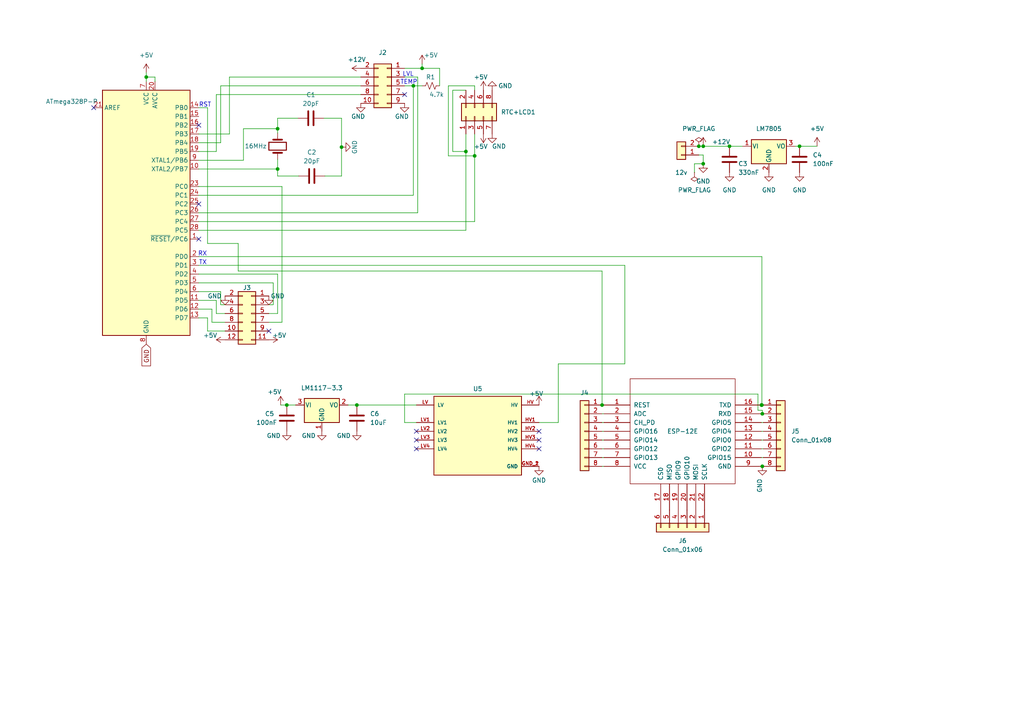
<source format=kicad_sch>
(kicad_sch (version 20211123) (generator eeschema)
  (paper "A4")
  (lib_symbols
    (symbol "BOB-12009:BOB-12009" (pin_names (offset 1.016))
      (property "Reference" "U" (at -12.7 11.43 0))
      (property "Value" "BOB-12009" (at -12.7 -15.24 0))
      (symbol "BOB-12009_0_0"
        (rectangle (start -12.7 -12.7) (end 12.7 10.16) (stroke (width 0.254)) (fill (type background)))
        (pin power_in line (at 17.78 -10.16 180) (length 5.08) (name "GND") (number "GND_1"))
        (pin power_in line (at 17.78 -10.16 180) (length 5.08) (name "GND") (number "GND_2"))
        (pin bidirectional line (at 17.78 7.62 180) (length 5.08) (name "HV") (number "HV"))
        (pin bidirectional line (at 17.78 2.54 180) (length 5.08) (name "HV1") (number "HV1"))
        (pin bidirectional line (at 17.78 0 180) (length 5.08) (name "HV2") (number "HV2"))
        (pin bidirectional line (at 17.78 -2.54 180) (length 5.08) (name "HV3") (number "HV3"))
        (pin bidirectional line (at 17.78 -5.08 180) (length 5.08) (name "HV4") (number "HV4"))
        (pin bidirectional line (at -17.78 7.62 0) (length 5.08) (name "LV") (number "LV"))
        (pin bidirectional line (at -17.78 2.54 0) (length 5.08) (name "LV1") (number "LV1"))
        (pin bidirectional line (at -17.78 0 0) (length 5.08) (name "LV2") (number "LV2"))
        (pin bidirectional line (at -17.78 -2.54 0) (length 5.08) (name "LV3") (number "LV3"))
        (pin bidirectional line (at -17.78 -5.08 0) (length 5.08) (name "LV4") (number "LV4"))
      )
    )
    (symbol "Conn_01x02_2" (pin_names (offset 1.016) hide)
      (property "Value" "12v" (at 0 5.08 0))
      (symbol "Conn_01x02_2_1_1"
        (rectangle (start -1.27 -2.413) (end 0 -2.667) (stroke (width 0.1524)))
        (rectangle (start -1.27 0.127) (end 0 -0.127) (stroke (width 0.1524)))
        (rectangle (start -1.27 1.27) (end 1.27 -3.81) (stroke (width 0.254)) (fill (type background)))
        (pin power_in line (at -5.08 0 0) (length 3.81) (name "Pin_1") (number "1"))
        (pin power_in line (at -5.08 -2.54 0) (length 3.81) (name "Pin_2") (number "2"))
      )
    )
    (symbol "Connector_Generic:Conn_01x06" (pin_names (offset 1.016) hide)
      (property "Reference" "J" (at 0 7.62 0))
      (property "Value" "Conn_01x06" (at 0 -10.16 0))
      (symbol "Conn_01x06_1_1"
        (rectangle (start -1.27 -7.493) (end 0 -7.747) (stroke (width 0.1524)))
        (rectangle (start -1.27 -4.953) (end 0 -5.207) (stroke (width 0.1524)))
        (rectangle (start -1.27 -2.413) (end 0 -2.667) (stroke (width 0.1524)))
        (rectangle (start -1.27 0.127) (end 0 -0.127) (stroke (width 0.1524)))
        (rectangle (start -1.27 2.667) (end 0 2.413) (stroke (width 0.1524)))
        (rectangle (start -1.27 5.207) (end 0 4.953) (stroke (width 0.1524)))
        (rectangle (start -1.27 6.35) (end 1.27 -8.89) (stroke (width 0.254)) (fill (type background)))
        (pin passive line (at -5.08 5.08 0) (length 3.81) (name "Pin_1") (number "1"))
        (pin passive line (at -5.08 2.54 0) (length 3.81) (name "Pin_2") (number "2"))
        (pin passive line (at -5.08 0 0) (length 3.81) (name "Pin_3") (number "3"))
        (pin passive line (at -5.08 -2.54 0) (length 3.81) (name "Pin_4") (number "4"))
        (pin passive line (at -5.08 -5.08 0) (length 3.81) (name "Pin_5") (number "5"))
        (pin passive line (at -5.08 -7.62 0) (length 3.81) (name "Pin_6") (number "6"))
      )
    )
    (symbol "Connector_Generic:Conn_01x08" (pin_names (offset 1.016) hide)
      (property "Reference" "J" (at 0 10.16 0))
      (property "Value" "Conn_01x08" (at 0 -12.7 0))
      (symbol "Conn_01x08_1_1"
        (rectangle (start -1.27 -10.033) (end 0 -10.287) (stroke (width 0.1524)))
        (rectangle (start -1.27 -7.493) (end 0 -7.747) (stroke (width 0.1524)))
        (rectangle (start -1.27 -4.953) (end 0 -5.207) (stroke (width 0.1524)))
        (rectangle (start -1.27 -2.413) (end 0 -2.667) (stroke (width 0.1524)))
        (rectangle (start -1.27 0.127) (end 0 -0.127) (stroke (width 0.1524)))
        (rectangle (start -1.27 2.667) (end 0 2.413) (stroke (width 0.1524)))
        (rectangle (start -1.27 5.207) (end 0 4.953) (stroke (width 0.1524)))
        (rectangle (start -1.27 7.747) (end 0 7.493) (stroke (width 0.1524)))
        (rectangle (start -1.27 8.89) (end 1.27 -11.43) (stroke (width 0.254)) (fill (type background)))
        (pin passive line (at -5.08 7.62 0) (length 3.81) (name "Pin_1") (number "1"))
        (pin passive line (at -5.08 5.08 0) (length 3.81) (name "Pin_2") (number "2"))
        (pin passive line (at -5.08 2.54 0) (length 3.81) (name "Pin_3") (number "3"))
        (pin passive line (at -5.08 0 0) (length 3.81) (name "Pin_4") (number "4"))
        (pin passive line (at -5.08 -2.54 0) (length 3.81) (name "Pin_5") (number "5"))
        (pin passive line (at -5.08 -5.08 0) (length 3.81) (name "Pin_6") (number "6"))
        (pin passive line (at -5.08 -7.62 0) (length 3.81) (name "Pin_7") (number "7"))
        (pin passive line (at -5.08 -10.16 0) (length 3.81) (name "Pin_8") (number "8"))
      )
    )
    (symbol "Connector_Generic:Conn_02x04_Odd_Even" (pin_names (offset 1.016) hide)
      (property "Reference" "J" (at 1.27 5.08 0))
      (property "Value" "Conn_02x04_Odd_Even" (at 1.27 -7.62 0))
      (symbol "Conn_02x04_Odd_Even_1_1"
        (rectangle (start -1.27 -4.953) (end 0 -5.207) (stroke (width 0.1524)))
        (rectangle (start -1.27 -2.413) (end 0 -2.667) (stroke (width 0.1524)))
        (rectangle (start -1.27 0.127) (end 0 -0.127) (stroke (width 0.1524)))
        (rectangle (start -1.27 2.667) (end 0 2.413) (stroke (width 0.1524)))
        (rectangle (start -1.27 3.81) (end 3.81 -6.35) (stroke (width 0.254)) (fill (type background)))
        (rectangle (start 3.81 -4.953) (end 2.54 -5.207) (stroke (width 0.1524)))
        (rectangle (start 3.81 -2.413) (end 2.54 -2.667) (stroke (width 0.1524)))
        (rectangle (start 3.81 0.127) (end 2.54 -0.127) (stroke (width 0.1524)))
        (rectangle (start 3.81 2.667) (end 2.54 2.413) (stroke (width 0.1524)))
        (pin passive line (at -5.08 2.54 0) (length 3.81) (name "Pin_1") (number "1"))
        (pin passive line (at 7.62 2.54 180) (length 3.81) (name "Pin_2") (number "2"))
        (pin passive line (at -5.08 0 0) (length 3.81) (name "Pin_3") (number "3"))
        (pin passive line (at 7.62 0 180) (length 3.81) (name "Pin_4") (number "4"))
        (pin passive line (at -5.08 -2.54 0) (length 3.81) (name "Pin_5") (number "5"))
        (pin passive line (at 7.62 -2.54 180) (length 3.81) (name "Pin_6") (number "6"))
        (pin passive line (at -5.08 -5.08 0) (length 3.81) (name "Pin_7") (number "7"))
        (pin passive line (at 7.62 -5.08 180) (length 3.81) (name "Pin_8") (number "8"))
      )
    )
    (symbol "Connector_Generic:Conn_02x05_Odd_Even" (pin_names (offset 1.016) hide)
      (property "Reference" "J" (at 1.27 7.62 0))
      (property "Value" "Conn_02x05_Odd_Even" (at 1.27 -7.62 0))
      (symbol "Conn_02x05_Odd_Even_1_1"
        (rectangle (start -1.27 -4.953) (end 0 -5.207) (stroke (width 0.1524)))
        (rectangle (start -1.27 -2.413) (end 0 -2.667) (stroke (width 0.1524)))
        (rectangle (start -1.27 0.127) (end 0 -0.127) (stroke (width 0.1524)))
        (rectangle (start -1.27 2.667) (end 0 2.413) (stroke (width 0.1524)))
        (rectangle (start -1.27 5.207) (end 0 4.953) (stroke (width 0.1524)))
        (rectangle (start -1.27 6.35) (end 3.81 -6.35) (stroke (width 0.254)) (fill (type background)))
        (rectangle (start 3.81 -4.953) (end 2.54 -5.207) (stroke (width 0.1524)))
        (rectangle (start 3.81 -2.413) (end 2.54 -2.667) (stroke (width 0.1524)))
        (rectangle (start 3.81 0.127) (end 2.54 -0.127) (stroke (width 0.1524)))
        (rectangle (start 3.81 2.667) (end 2.54 2.413) (stroke (width 0.1524)))
        (rectangle (start 3.81 5.207) (end 2.54 4.953) (stroke (width 0.1524)))
        (pin passive line (at -5.08 5.08 0) (length 3.81) (name "Pin_1") (number "1"))
        (pin passive line (at 7.62 -5.08 180) (length 3.81) (name "Pin_10") (number "10"))
        (pin passive line (at 7.62 5.08 180) (length 3.81) (name "Pin_2") (number "2"))
        (pin passive line (at -5.08 2.54 0) (length 3.81) (name "Pin_3") (number "3"))
        (pin passive line (at 7.62 2.54 180) (length 3.81) (name "Pin_4") (number "4"))
        (pin passive line (at -5.08 0 0) (length 3.81) (name "Pin_5") (number "5"))
        (pin passive line (at 7.62 0 180) (length 3.81) (name "Pin_6") (number "6"))
        (pin passive line (at -5.08 -2.54 0) (length 3.81) (name "Pin_7") (number "7"))
        (pin passive line (at 7.62 -2.54 180) (length 3.81) (name "Pin_8") (number "8"))
        (pin passive line (at -5.08 -5.08 0) (length 3.81) (name "Pin_9") (number "9"))
      )
    )
    (symbol "Connector_Generic:Conn_02x06_Odd_Even" (pin_names (offset 1.016) hide)
      (property "Reference" "J" (at 1.27 7.62 0))
      (property "Value" "Conn_02x06_Odd_Even" (at 1.27 -10.16 0))
      (symbol "Conn_02x06_Odd_Even_1_1"
        (rectangle (start -1.27 -7.493) (end 0 -7.747) (stroke (width 0.1524)))
        (rectangle (start -1.27 -4.953) (end 0 -5.207) (stroke (width 0.1524)))
        (rectangle (start -1.27 -2.413) (end 0 -2.667) (stroke (width 0.1524)))
        (rectangle (start -1.27 0.127) (end 0 -0.127) (stroke (width 0.1524)))
        (rectangle (start -1.27 2.667) (end 0 2.413) (stroke (width 0.1524)))
        (rectangle (start -1.27 5.207) (end 0 4.953) (stroke (width 0.1524)))
        (rectangle (start -1.27 6.35) (end 3.81 -8.89) (stroke (width 0.254)) (fill (type background)))
        (rectangle (start 3.81 -7.493) (end 2.54 -7.747) (stroke (width 0.1524)))
        (rectangle (start 3.81 -4.953) (end 2.54 -5.207) (stroke (width 0.1524)))
        (rectangle (start 3.81 -2.413) (end 2.54 -2.667) (stroke (width 0.1524)))
        (rectangle (start 3.81 0.127) (end 2.54 -0.127) (stroke (width 0.1524)))
        (rectangle (start 3.81 2.667) (end 2.54 2.413) (stroke (width 0.1524)))
        (rectangle (start 3.81 5.207) (end 2.54 4.953) (stroke (width 0.1524)))
        (pin passive line (at -5.08 5.08 0) (length 3.81) (name "Pin_1") (number "1"))
        (pin passive line (at 7.62 -5.08 180) (length 3.81) (name "Pin_10") (number "10"))
        (pin passive line (at -5.08 -7.62 0) (length 3.81) (name "Pin_11") (number "11"))
        (pin passive line (at 7.62 -7.62 180) (length 3.81) (name "Pin_12") (number "12"))
        (pin passive line (at 7.62 5.08 180) (length 3.81) (name "Pin_2") (number "2"))
        (pin passive line (at -5.08 2.54 0) (length 3.81) (name "Pin_3") (number "3"))
        (pin passive line (at 7.62 2.54 180) (length 3.81) (name "Pin_4") (number "4"))
        (pin passive line (at -5.08 0 0) (length 3.81) (name "Pin_5") (number "5"))
        (pin passive line (at 7.62 0 180) (length 3.81) (name "Pin_6") (number "6"))
        (pin passive line (at -5.08 -2.54 0) (length 3.81) (name "Pin_7") (number "7"))
        (pin passive line (at 7.62 -2.54 180) (length 3.81) (name "Pin_8") (number "8"))
        (pin passive line (at -5.08 -5.08 0) (length 3.81) (name "Pin_9") (number "9"))
      )
    )
    (symbol "Device:C" (pin_numbers hide) (pin_names (offset 0.254))
      (property "Reference" "C" (at 0.635 2.54 0))
      (property "Value" "C" (at 0.635 -2.54 0))
      (symbol "C_0_1"
        (polyline (pts (xy -2.032 -0.762) (xy 2.032 -0.762)) (stroke (width 0.508)))
        (polyline (pts (xy -2.032 0.762) (xy 2.032 0.762)) (stroke (width 0.508)))
      )
      (symbol "C_1_1"
        (pin passive line (at 0 3.81 270) (length 2.794) (name "~") (number "1"))
        (pin passive line (at 0 -3.81 90) (length 2.794) (name "~") (number "2"))
      )
    )
    (symbol "Device:Crystal" (pin_numbers hide) (pin_names (offset 1.016) hide)
      (property "Reference" "Y" (at 0 3.81 0))
      (property "Value" "Crystal" (at 0 -3.81 0))
      (symbol "Crystal_0_1"
        (rectangle (start -1.143 2.54) (end 1.143 -2.54) (stroke (width 0.3048)))
        (polyline (pts (xy -2.54 0) (xy -1.905 0)))
        (polyline (pts (xy -1.905 -1.27) (xy -1.905 1.27)) (stroke (width 0.508)))
        (polyline (pts (xy 1.905 -1.27) (xy 1.905 1.27)) (stroke (width 0.508)))
        (polyline (pts (xy 2.54 0) (xy 1.905 0)))
      )
      (symbol "Crystal_1_1"
        (pin passive line (at -3.81 0 0) (length 1.27) (name "1") (number "1"))
        (pin passive line (at 3.81 0 180) (length 1.27) (name "2") (number "2"))
      )
    )
    (symbol "Device:R_Small_US" (pin_numbers hide) (pin_names (offset 0.254) hide)
      (property "Reference" "R" (at 0.762 0.508 0))
      (property "Value" "R_Small_US" (at 0.762 -1.016 0))
      (symbol "R_Small_US_1_1"
        (polyline (pts (xy 0 0) (xy 1.016 -0.381) (xy 0 -0.762) (xy -1.016 -1.143) (xy 0 -1.524)))
        (polyline (pts (xy 0 1.524) (xy 1.016 1.143) (xy 0 0.762) (xy -1.016 0.381) (xy 0 0)))
        (pin passive line (at 0 2.54 270) (length 1.016) (name "~") (number "1"))
        (pin passive line (at 0 -2.54 90) (length 1.016) (name "~") (number "2"))
      )
    )
    (symbol "ESP8266:ESP-12E" (pin_names (offset 1.016))
      (property "Reference" "U" (at 0 -2.54 0))
      (property "Value" "ESP-12E" (at 0 2.54 0))
      (symbol "ESP-12E_1_0"
        (rectangle (start -15.24 -15.24) (end 15.24 15.24))
      )
      (symbol "ESP-12E_1_1"
        (pin input line (at -22.86 7.62 0) (length 7.62) (name "REST") (number "1"))
        (pin bidirectional line (at 22.86 -7.62 180) (length 7.62) (name "GPIO15") (number "10"))
        (pin bidirectional line (at 22.86 -5.08 180) (length 7.62) (name "GPIO2") (number "11"))
        (pin bidirectional line (at 22.86 -2.54 180) (length 7.62) (name "GPIO0") (number "12"))
        (pin bidirectional line (at 22.86 0 180) (length 7.62) (name "GPIO4") (number "13"))
        (pin bidirectional line (at 22.86 2.54 180) (length 7.62) (name "GPIO5") (number "14"))
        (pin input line (at 22.86 5.08 180) (length 7.62) (name "RXD") (number "15"))
        (pin output line (at 22.86 7.62 180) (length 7.62) (name "TXD") (number "16"))
        (pin bidirectional line (at -6.35 -22.86 90) (length 7.62) (name "CS0") (number "17"))
        (pin bidirectional line (at -3.81 -22.86 90) (length 7.62) (name "MISO") (number "18"))
        (pin bidirectional line (at -1.27 -22.86 90) (length 7.62) (name "GPIO9") (number "19"))
        (pin passive line (at -22.86 5.08 0) (length 7.62) (name "ADC") (number "2"))
        (pin bidirectional line (at 1.27 -22.86 90) (length 7.62) (name "GPIO10") (number "20"))
        (pin bidirectional line (at 3.81 -22.86 90) (length 7.62) (name "MOSI") (number "21"))
        (pin bidirectional line (at 6.35 -22.86 90) (length 7.62) (name "SCLK") (number "22"))
        (pin input line (at -22.86 2.54 0) (length 7.62) (name "CH_PD") (number "3"))
        (pin bidirectional line (at -22.86 0 0) (length 7.62) (name "GPIO16") (number "4"))
        (pin bidirectional line (at -22.86 -2.54 0) (length 7.62) (name "GPIO14") (number "5"))
        (pin bidirectional line (at -22.86 -5.08 0) (length 7.62) (name "GPIO12") (number "6"))
        (pin bidirectional line (at -22.86 -7.62 0) (length 7.62) (name "GPIO13") (number "7"))
        (pin power_in line (at -22.86 -10.16 0) (length 7.62) (name "VCC") (number "8"))
        (pin power_in line (at 22.86 -10.16 180) (length 7.62) (name "GND") (number "9"))
      )
    )
    (symbol "MCU_Microchip_ATmega:ATmega328P-P"
      (property "Reference" "U" (at -12.7 36.83 0))
      (property "Value" "ATmega328P-P" (at 2.54 -36.83 0))
      (symbol "ATmega328P-P_0_1"
        (rectangle (start -12.7 -35.56) (end 12.7 35.56) (stroke (width 0.254)) (fill (type background)))
      )
      (symbol "ATmega328P-P_1_1"
        (pin bidirectional line (at 15.24 -7.62 180) (length 2.54) (name "~{RESET}/PC6") (number "1"))
        (pin bidirectional line (at 15.24 12.7 180) (length 2.54) (name "XTAL2/PB7") (number "10"))
        (pin bidirectional line (at 15.24 -25.4 180) (length 2.54) (name "PD5") (number "11"))
        (pin bidirectional line (at 15.24 -27.94 180) (length 2.54) (name "PD6") (number "12"))
        (pin bidirectional line (at 15.24 -30.48 180) (length 2.54) (name "PD7") (number "13"))
        (pin bidirectional line (at 15.24 30.48 180) (length 2.54) (name "PB0") (number "14"))
        (pin bidirectional line (at 15.24 27.94 180) (length 2.54) (name "PB1") (number "15"))
        (pin bidirectional line (at 15.24 25.4 180) (length 2.54) (name "PB2") (number "16"))
        (pin bidirectional line (at 15.24 22.86 180) (length 2.54) (name "PB3") (number "17"))
        (pin bidirectional line (at 15.24 20.32 180) (length 2.54) (name "PB4") (number "18"))
        (pin bidirectional line (at 15.24 17.78 180) (length 2.54) (name "PB5") (number "19"))
        (pin bidirectional line (at 15.24 -12.7 180) (length 2.54) (name "PD0") (number "2"))
        (pin power_in line (at 2.54 38.1 270) (length 2.54) (name "AVCC") (number "20"))
        (pin passive line (at -15.24 30.48 0) (length 2.54) (name "AREF") (number "21"))
        (pin passive line (at 0 -38.1 90) (length 2.54) hide (name "GND") (number "22"))
        (pin bidirectional line (at 15.24 7.62 180) (length 2.54) (name "PC0") (number "23"))
        (pin bidirectional line (at 15.24 5.08 180) (length 2.54) (name "PC1") (number "24"))
        (pin bidirectional line (at 15.24 2.54 180) (length 2.54) (name "PC2") (number "25"))
        (pin bidirectional line (at 15.24 0 180) (length 2.54) (name "PC3") (number "26"))
        (pin bidirectional line (at 15.24 -2.54 180) (length 2.54) (name "PC4") (number "27"))
        (pin bidirectional line (at 15.24 -5.08 180) (length 2.54) (name "PC5") (number "28"))
        (pin bidirectional line (at 15.24 -15.24 180) (length 2.54) (name "PD1") (number "3"))
        (pin bidirectional line (at 15.24 -17.78 180) (length 2.54) (name "PD2") (number "4"))
        (pin bidirectional line (at 15.24 -20.32 180) (length 2.54) (name "PD3") (number "5"))
        (pin bidirectional line (at 15.24 -22.86 180) (length 2.54) (name "PD4") (number "6"))
        (pin power_in line (at 0 38.1 270) (length 2.54) (name "VCC") (number "7"))
        (pin power_in line (at 0 -38.1 90) (length 2.54) (name "GND") (number "8"))
        (pin bidirectional line (at 15.24 15.24 180) (length 2.54) (name "XTAL1/PB6") (number "9"))
      )
    )
    (symbol "Regulator_Linear:LM1117-3.3" (pin_names (offset 0.254))
      (property "Reference" "U" (at -3.81 3.175 0))
      (property "Value" "LM1117-3.3" (at 0 3.175 0))
      (symbol "LM1117-3.3_0_1"
        (rectangle (start -5.08 -5.08) (end 5.08 1.905) (stroke (width 0.254)) (fill (type background)))
      )
      (symbol "LM1117-3.3_1_1"
        (pin power_in line (at 0 -7.62 90) (length 2.54) (name "GND") (number "1"))
        (pin power_out line (at 7.62 0 180) (length 2.54) (name "VO") (number "2"))
        (pin power_in line (at -7.62 0 0) (length 2.54) (name "VI") (number "3"))
      )
    )
    (symbol "Regulator_Linear:LM7805_TO220" (pin_names (offset 0.254))
      (property "Reference" "U" (at -3.81 3.175 0))
      (property "Value" "LM7805_TO220" (at 0 3.175 0))
      (symbol "LM7805_TO220_0_1"
        (rectangle (start -5.08 1.905) (end 5.08 -5.08) (stroke (width 0.254)) (fill (type background)))
      )
      (symbol "LM7805_TO220_1_1"
        (pin power_in line (at -7.62 0 0) (length 2.54) (name "VI") (number "1"))
        (pin power_in line (at 0 -7.62 90) (length 2.54) (name "GND") (number "2"))
        (pin power_out line (at 7.62 0 180) (length 2.54) (name "VO") (number "3"))
      )
    )
    (symbol "power:+12V" (power) (pin_names (offset 0))
      (property "Value" "+12V" (at 0 3.556 0))
      (symbol "+12V_0_1"
        (polyline (pts (xy -0.762 1.27) (xy 0 2.54)))
        (polyline (pts (xy 0 0) (xy 0 2.54)))
        (polyline (pts (xy 0 2.54) (xy 0.762 1.27)))
      )
      (symbol "+12V_1_1"
        (pin power_in line (at 0 0 90) (length 0) hide (name "+12V") (number "1"))
      )
    )
    (symbol "power:+5V" (power) (pin_names (offset 0))
      (property "Value" "+5V" (at 0 3.556 0))
      (symbol "+5V_0_1"
        (polyline (pts (xy -0.762 1.27) (xy 0 2.54)))
        (polyline (pts (xy 0 0) (xy 0 2.54)))
        (polyline (pts (xy 0 2.54) (xy 0.762 1.27)))
      )
      (symbol "+5V_1_1"
        (pin power_in line (at 0 0 90) (length 0) hide (name "+5V") (number "1"))
      )
    )
    (symbol "power:GND" (power) (pin_names (offset 0))
      (property "Value" "GND" (at 0 -3.81 0))
      (symbol "GND_0_1"
        (polyline (pts (xy 0 0) (xy 0 -1.27) (xy 1.27 -1.27) (xy 0 -2.54) (xy -1.27 -1.27) (xy 0 -1.27)))
      )
      (symbol "GND_1_1"
        (pin power_in line (at 0 0 270) (length 0) hide (name "GND") (number "1"))
      )
    )
    (symbol "power:PWR_FLAG" (power) (pin_numbers hide) (pin_names (offset 0) hide)
      (property "Value" "PWR_FLAG" (at 0 3.81 0))
      (symbol "PWR_FLAG_0_0"
        (pin power_out line (at 0 0 90) (length 0) (name "pwr") (number "1"))
      )
      (symbol "PWR_FLAG_0_1"
        (polyline (pts (xy 0 0) (xy 0 1.27) (xy -1.016 1.905) (xy 0 2.54) (xy 1.016 1.905) (xy 0 1.27)))
      )
    )
  )
  (junction (at 220.853 117.475))
  (junction (at 137.668 45.212))
  (junction (at 42.418 22.352))
  (junction (at 203.962 42.418))
  (junction (at 221.107 120.015))
  (junction (at 99.06 42.672))
  (junction (at 231.902 42.418))
  (junction (at 135.128 43.942))
  (junction (at 202.692 42.418))
  (junction (at 203.962 47.498))
  (junction (at 211.582 42.418))
  (junction (at 122.428 19.812))
  (junction (at 80.518 37.338))
  (junction (at 221.107 135.255))
  (junction (at 83.185 117.475))
  (junction (at 220.98 117.475))
  (junction (at 119.888 24.892))
  (junction (at 80.518 49.022))
  (junction (at 174.625 117.475))
  (junction (at 103.505 117.475))
  (no_connect (at 77.978 96.012))
  (no_connect (at 120.777 130.175))
  (no_connect (at 27.178 31.242))
  (no_connect (at 120.777 127.635))
  (no_connect (at 57.658 59.182))
  (no_connect (at 156.337 127.635))
  (no_connect (at 57.658 69.342))
  (no_connect (at 57.658 36.322))
  (no_connect (at 120.777 125.095))
  (no_connect (at 156.337 130.175))
  (no_connect (at 117.348 27.432))
  (no_connect (at 156.337 125.095))
  (wire (pts (xy 86.614 51.054) (xy 80.518 51.054)))
  (wire (pts (xy 174.625 122.555) (xy 175.133 122.555)))
  (wire (pts (xy 57.658 76.962) (xy 181.229 76.962)))
  (wire (pts (xy 156.337 122.555) (xy 161.925 122.555)))
  (wire (pts (xy 127.508 24.892) (xy 127.508 19.812)))
  (wire (pts (xy 57.658 66.802) (xy 135.128 66.802)))
  (wire (pts (xy 161.925 105.537) (xy 181.229 105.537)))
  (wire (pts (xy 61.468 89.662) (xy 57.658 89.662)))
  (wire (pts (xy 77.978 88.392) (xy 79.248 88.392)))
  (wire (pts (xy 119.888 24.892) (xy 122.428 24.892)))
  (wire (pts (xy 137.668 38.862) (xy 137.668 45.212)))
  (wire (pts (xy 221.107 120.015) (xy 220.853 120.015)))
  (wire (pts (xy 81.788 93.472) (xy 77.978 93.472)))
  (wire (pts (xy 174.625 117.475) (xy 175.133 117.475)))
  (wire (pts (xy 42.418 22.352) (xy 42.418 23.622)))
  (wire (pts (xy 174.625 130.175) (xy 175.133 130.175)))
  (wire (pts (xy 99.06 34.29) (xy 99.06 42.672)))
  (wire (pts (xy 57.658 82.042) (xy 79.248 82.042)))
  (wire (pts (xy 137.668 24.892) (xy 130.048 24.892)))
  (wire (pts (xy 221.107 135.255) (xy 220.853 135.255)))
  (wire (pts (xy 57.658 64.262) (xy 137.668 64.262)))
  (wire (pts (xy 57.658 46.482) (xy 70.612 46.482)))
  (wire (pts (xy 60.198 92.202) (xy 57.658 92.202)))
  (wire (pts (xy 221.361 127.635) (xy 220.853 127.635)))
  (wire (pts (xy 80.518 51.054) (xy 80.518 49.022)))
  (wire (pts (xy 62.738 43.942) (xy 62.738 27.432)))
  (wire (pts (xy 83.185 117.475) (xy 85.725 117.475)))
  (wire (pts (xy 135.128 38.862) (xy 135.128 43.942)))
  (wire (pts (xy 57.658 41.402) (xy 64.008 41.402)))
  (wire (pts (xy 161.925 122.555) (xy 161.925 105.537)))
  (wire (pts (xy 80.518 34.29) (xy 80.518 37.338)))
  (wire (pts (xy 203.962 42.418) (xy 211.582 42.418)))
  (wire (pts (xy 122.428 18.542) (xy 122.428 19.812)))
  (wire (pts (xy 57.658 61.722) (xy 121.158 61.722)))
  (wire (pts (xy 221.361 125.095) (xy 220.853 125.095)))
  (wire (pts (xy 57.658 43.942) (xy 62.738 43.942)))
  (wire (pts (xy 44.958 23.622) (xy 44.958 22.352)))
  (wire (pts (xy 60.198 70.612) (xy 69.088 70.612)))
  (wire (pts (xy 221.361 135.255) (xy 221.107 135.255)))
  (wire (pts (xy 117.348 114.3) (xy 219.837 114.3)))
  (wire (pts (xy 202.692 42.418) (xy 203.962 42.418)))
  (wire (pts (xy 117.348 24.892) (xy 119.888 24.892)))
  (wire (pts (xy 64.008 88.392) (xy 65.278 88.392)))
  (wire (pts (xy 117.348 19.812) (xy 122.428 19.812)))
  (wire (pts (xy 131.318 26.162) (xy 131.318 43.942)))
  (wire (pts (xy 174.625 78.613) (xy 174.625 117.475)))
  (wire (pts (xy 130.048 45.212) (xy 137.668 45.212)))
  (wire (pts (xy 117.348 122.555) (xy 120.777 122.555)))
  (wire (pts (xy 211.582 42.418) (xy 215.392 42.418)))
  (wire (pts (xy 221.361 130.175) (xy 220.853 130.175)))
  (wire (pts (xy 221.361 132.715) (xy 220.853 132.715)))
  (wire (pts (xy 57.658 79.502) (xy 80.518 79.502)))
  (wire (pts (xy 99.06 51.054) (xy 99.06 42.672)))
  (wire (pts (xy 203.962 47.498) (xy 203.962 44.958)))
  (wire (pts (xy 62.738 87.122) (xy 57.658 87.122)))
  (wire (pts (xy 61.468 93.472) (xy 65.278 93.472)))
  (wire (pts (xy 60.198 31.242) (xy 60.198 70.612)))
  (wire (pts (xy 121.158 22.352) (xy 121.158 61.722)))
  (wire (pts (xy 62.738 27.432) (xy 104.648 27.432)))
  (wire (pts (xy 80.518 49.022) (xy 57.658 49.022)))
  (wire (pts (xy 81.788 54.102) (xy 81.788 93.472)))
  (wire (pts (xy 70.612 46.482) (xy 70.612 37.338)))
  (wire (pts (xy 57.658 74.422) (xy 220.98 74.422)))
  (wire (pts (xy 219.837 114.3) (xy 219.837 118.999)))
  (wire (pts (xy 221.361 122.555) (xy 220.853 122.555)))
  (wire (pts (xy 221.107 118.999) (xy 221.107 120.015)))
  (wire (pts (xy 219.837 118.999) (xy 221.107 118.999)))
  (wire (pts (xy 181.229 105.537) (xy 181.229 76.962)))
  (wire (pts (xy 174.625 132.715) (xy 175.133 132.715)))
  (wire (pts (xy 64.008 84.582) (xy 57.658 84.582)))
  (wire (pts (xy 57.658 54.102) (xy 81.788 54.102)))
  (wire (pts (xy 86.36 34.29) (xy 80.518 34.29)))
  (wire (pts (xy 201.422 50.038) (xy 201.422 47.498)))
  (wire (pts (xy 174.625 127.635) (xy 175.133 127.635)))
  (wire (pts (xy 77.978 90.932) (xy 80.518 90.932)))
  (wire (pts (xy 221.361 120.015) (xy 221.107 120.015)))
  (wire (pts (xy 80.518 37.338) (xy 70.612 37.338)))
  (wire (pts (xy 119.888 24.892) (xy 119.888 56.642)))
  (wire (pts (xy 127.508 19.812) (xy 122.428 19.812)))
  (wire (pts (xy 220.98 117.475) (xy 221.361 117.475)))
  (wire (pts (xy 202.692 44.958) (xy 203.962 44.958)))
  (wire (pts (xy 80.518 38.608) (xy 80.518 37.338)))
  (wire (pts (xy 220.98 74.422) (xy 220.98 117.475)))
  (wire (pts (xy 64.008 88.392) (xy 64.008 84.582)))
  (wire (pts (xy 135.128 43.942) (xy 135.128 66.802)))
  (wire (pts (xy 60.198 96.012) (xy 65.278 96.012)))
  (wire (pts (xy 135.128 26.162) (xy 131.318 26.162)))
  (wire (pts (xy 81.407 117.475) (xy 83.185 117.475)))
  (wire (pts (xy 174.625 120.015) (xy 175.133 120.015)))
  (wire (pts (xy 104.648 22.352) (xy 66.548 22.352)))
  (wire (pts (xy 230.632 42.418) (xy 231.902 42.418)))
  (wire (pts (xy 117.348 22.352) (xy 121.158 22.352)))
  (wire (pts (xy 69.088 70.612) (xy 69.088 78.613)))
  (wire (pts (xy 80.518 79.502) (xy 80.518 90.932)))
  (wire (pts (xy 42.418 22.352) (xy 44.958 22.352)))
  (wire (pts (xy 66.548 22.352) (xy 66.548 38.862)))
  (wire (pts (xy 62.738 87.122) (xy 62.738 90.932)))
  (wire (pts (xy 64.008 24.892) (xy 104.648 24.892)))
  (wire (pts (xy 57.658 31.242) (xy 60.198 31.242)))
  (wire (pts (xy 100.965 117.475) (xy 103.505 117.475)))
  (wire (pts (xy 117.348 114.3) (xy 117.348 122.555)))
  (wire (pts (xy 61.468 93.472) (xy 61.468 89.662)))
  (wire (pts (xy 65.278 90.932) (xy 62.738 90.932)))
  (wire (pts (xy 60.198 96.012) (xy 60.198 92.202)))
  (wire (pts (xy 231.902 42.418) (xy 236.982 42.418)))
  (wire (pts (xy 174.625 78.613) (xy 69.088 78.613)))
  (wire (pts (xy 64.008 41.402) (xy 64.008 24.892)))
  (wire (pts (xy 174.625 125.095) (xy 175.133 125.095)))
  (wire (pts (xy 137.668 26.162) (xy 137.668 24.892)))
  (wire (pts (xy 201.422 47.498) (xy 203.962 47.498)))
  (wire (pts (xy 103.505 117.475) (xy 120.777 117.475)))
  (wire (pts (xy 57.658 38.862) (xy 66.548 38.862)))
  (wire (pts (xy 94.234 51.054) (xy 99.06 51.054)))
  (wire (pts (xy 174.625 135.255) (xy 175.133 135.255)))
  (wire (pts (xy 79.248 88.392) (xy 79.248 82.042)))
  (wire (pts (xy 130.048 24.892) (xy 130.048 45.212)))
  (wire (pts (xy 137.668 45.212) (xy 137.668 64.262)))
  (wire (pts (xy 57.658 56.642) (xy 119.888 56.642)))
  (wire (pts (xy 220.853 117.475) (xy 220.98 117.475)))
  (wire (pts (xy 42.418 21.082) (xy 42.418 22.352)))
  (wire (pts (xy 131.318 43.942) (xy 135.128 43.942)))
  (wire (pts (xy 93.98 34.29) (xy 99.06 34.29)))
  (wire (pts (xy 80.518 46.228) (xy 80.518 49.022)))
  (text "RST" (at 57.658 31.242 0) (effects (font (size 1.27 1.27)) (justify left bottom)))
  (text "RX" (at 57.404 74.422 0) (effects (font (size 1.27 1.27)) (justify left bottom)))
  (text "LVL" (at 116.713 22.352 0) (effects (font (size 1.27 1.27)) (justify left bottom)))
  (text "TEMP\n" (at 116.078 24.638 0) (effects (font (size 1.27 1.27)) (justify left bottom)))
  (text "TX" (at 57.658 76.962 0) (effects (font (size 1.27 1.27)) (justify left bottom)))
  (global_label "GND" (shape input) (at 42.418 99.822 270) (property "Intersheet References" "${INTERSHEET_REFS}" (effects hide)))
  (symbol (lib_id "power:GND") (at 77.978 85.852 0) (unit 1)
    (property "Reference" "#PWR0106" (effects hide))
    (property "Value" "GND" (at 80.518 85.852 0))
  )
  (symbol (lib_id "power:GND") (at 142.748 38.862 0) (unit 1)
    (property "Reference" "#PWR0114" (effects hide))
    (property "Value" "GND" (at 144.7292 42.4434 0))
  )
  (symbol (lib_id "power:GND") (at 99.06 42.672 90) (unit 1)
    (property "Reference" "#PWR01" (effects hide))
    (property "Value" "GND" (at 102.87 42.672 0))
  )
  (symbol (lib_id "power:GND") (at 156.337 135.255 0) (unit 1)
    (property "Reference" "#PWR0132" (effects hide))
    (property "Value" "GND" (at 156.337 139.319 0))
  )
  (symbol (lib_id "BOB-12009:BOB-12009") (at 138.557 125.095 0) (unit 1)
    (property "Reference" "U5" (at 138.557 112.776 0))
    (property "Value" "BOB-12009" (effects hide))
    (property "Footprint" "CONV_BOB-12009" (effects hide))
    (property "STANDARD" "Manufacturer Recommendations" (effects hide))
    (property "PARTREV" "01" (effects hide))
    (property "MAXIMUM_PACKAGE_HEIGHT" "N/A" (effects hide))
    (property "MANUFACTURER" "SparkFun Electronics" (effects hide))
  )
  (symbol (lib_id "Connector_Generic:Conn_01x08") (at 226.441 125.095 0) (unit 1)
    (property "Reference" "J5" (at 229.489 125.0949 0) (effects (justify left)))
    (property "Value" "Conn_01x08" (at 229.489 127.6349 0) (effects (justify left)))
    (property "Footprint" "Connector_PinHeader_2.54mm:PinHeader_1x08_P2.54mm_Vertical" (effects hide))
  )
  (symbol (lib_id "power:+5V") (at 81.407 117.475 0) (unit 1)
    (property "Reference" "#PWR0123" (effects hide))
    (property "Value" "+5V" (at 81.661 113.665 0) (effects (justify right)))
  )
  (symbol (lib_id "Connector_Generic:Conn_02x04_Odd_Even") (at 137.668 33.782 90) (unit 1)
    (property "Reference" "RTC+LCD1" (at 145.288 32.5119 90) (effects (justify right)))
    (property "Value" "Conn_02x04_Odd_Even" (effects hide))
    (property "Footprint" "Connector_PinHeader_2.54mm:PinHeader_2x04_P2.54mm_Vertical" (effects hide))
  )
  (symbol (lib_name "Conn_01x02_2") (lib_id "Connector_Generic:Conn_01x02") (at 197.612 44.958 180) (unit 1)
    (property "Reference" "J1" (effects hide))
    (property "Value" "12v" (at 197.612 50.038 0))
    (property "Footprint" "TerminalBlock:TerminalBlock_bornier-2_P5.08mm" (effects hide))
  )
  (symbol (lib_id "power:GND") (at 211.582 50.038 0) (unit 1)
    (property "Reference" "#PWR0126" (effects hide))
    (property "Value" "GND" (at 211.582 55.118 0))
  )
  (symbol (lib_id "power:GND") (at 117.348 29.972 0) (unit 1)
    (property "Reference" "#PWR04" (effects hide))
    (property "Value" "GND" (at 118.618 33.782 0) (effects (justify right)))
  )
  (symbol (lib_id "Device:C") (at 90.424 51.054 90) (unit 1)
    (property "Reference" "C2" (at 90.424 44.1706 90))
    (property "Value" "20pF" (at 90.424 46.7106 90))
    (property "Footprint" "Capacitor_THT:C_Disc_D5.0mm_W2.5mm_P5.00mm" (effects hide))
  )
  (symbol (lib_id "power:+5V") (at 236.982 42.418 0) (unit 1)
    (property "Reference" "#PWR0101" (effects hide))
    (property "Value" "+5V" (at 236.982 37.338 0))
  )
  (symbol (lib_id "power:GND") (at 93.345 125.095 0) (unit 1)
    (property "Reference" "#PWR08" (effects hide))
    (property "Value" "GND" (at 89.535 126.365 0))
  )
  (symbol (lib_id "Regulator_Linear:LM7805_TO220") (at 223.012 42.418 0) (unit 1)
    (property "Reference" "U1" (effects hide))
    (property "Value" "LM7805" (at 223.012 37.338 0))
    (property "Footprint" "Package_TO_SOT_THT:TO-220-3_Vertical" (effects hide))
    (property "Datasheet" "https://www.onsemi.cn/PowerSolutions/document/MC7800-D.PDF" (effects hide))
  )
  (symbol (lib_id "power:+12V") (at 104.648 19.812 90) (unit 1)
    (property "Reference" "#PWR0134" (effects hide))
    (property "Value" "+12V" (at 100.838 17.272 90) (effects (justify right)))
  )
  (symbol (lib_id "Device:C") (at 83.185 121.285 0) (unit 1)
    (property "Reference" "C5" (at 76.835 120.015 0) (effects (justify left)))
    (property "Value" "100nF" (at 74.295 122.555 0) (effects (justify left)))
    (property "Footprint" "Capacitor_THT:C_Disc_D5.0mm_W2.5mm_P5.00mm" (effects hide))
  )
  (symbol (lib_id "Device:R_Small_US") (at 124.968 24.892 90) (unit 1)
    (property "Reference" "R1" (at 126.238 22.352 90) (effects (justify left)))
    (property "Value" "4.7k" (at 128.778 27.432 90) (effects (justify left)))
    (property "Footprint" "Resistor_THT:R_Axial_DIN0204_L3.6mm_D1.6mm_P5.08mm_Horizontal" (effects hide))
  )
  (symbol (lib_id "Device:Crystal") (at 80.518 42.418 270) (unit 1)
    (property "Reference" "Y1" (effects hide))
    (property "Value" "16MHz" (at 70.9422 42.3672 90) (effects (justify left)))
    (property "Footprint" "Crystal:Crystal_HC49-4H_Vertical" (effects hide))
  )
  (symbol (lib_id "power:PWR_FLAG") (at 201.422 50.038 180) (unit 1)
    (property "Reference" "#FLG0101" (effects hide))
    (property "Value" "PWR_FLAG" (at 201.422 55.118 0))
  )
  (symbol (lib_id "power:+5V") (at 77.978 98.552 270) (unit 1)
    (property "Reference" "#PWR0111" (effects hide))
    (property "Value" "+5V" (at 83.058 97.282 90) (effects (justify right)))
  )
  (symbol (lib_id "power:GND") (at 104.648 29.972 0) (unit 1)
    (property "Reference" "#PWR0135" (effects hide))
    (property "Value" "GND" (at 105.918 33.782 0) (effects (justify right)))
  )
  (symbol (lib_id "Connector_Generic:Conn_01x06") (at 199.263 153.035 270) (unit 1)
    (property "Reference" "J6" (at 197.993 156.845 90))
    (property "Value" "Conn_01x06" (at 197.993 159.385 90))
    (property "Footprint" "Connector_PinHeader_2.54mm:PinHeader_1x06_P2.54mm_Vertical" (effects hide))
  )
  (symbol (lib_id "Device:C") (at 90.17 34.29 90) (unit 1)
    (property "Reference" "C1" (at 90.17 27.5082 90))
    (property "Value" "20pF" (at 90.17 30.0482 90))
    (property "Footprint" "Capacitor_THT:C_Disc_D5.0mm_W2.5mm_P5.00mm" (effects hide))
  )
  (symbol (lib_id "power:GND") (at 203.962 47.498 0) (unit 1)
    (property "Reference" "#PWR0109" (effects hide))
    (property "Value" "GND" (at 203.962 52.578 0))
  )
  (symbol (lib_id "power:+5V") (at 122.428 18.542 0) (unit 1)
    (property "Reference" "#PWR05" (effects hide))
    (property "Value" "+5V" (at 124.968 16.002 0))
  )
  (symbol (lib_id "power:GND") (at 231.902 50.038 0) (unit 1)
    (property "Reference" "#PWR0127" (effects hide))
    (property "Value" "GND" (at 231.902 55.118 0))
  )
  (symbol (lib_id "Device:C") (at 211.582 46.228 180) (unit 1)
    (property "Reference" "C3" (at 214.122 47.498 0) (effects (justify right)))
    (property "Value" "330nF" (at 214.122 50.038 0) (effects (justify right)))
    (property "Footprint" "Capacitor_THT:C_Disc_D5.0mm_W2.5mm_P5.00mm" (effects hide))
  )
  (symbol (lib_id "power:+5V") (at 65.278 98.552 90) (unit 1)
    (property "Reference" "#PWR0119" (effects hide))
    (property "Value" "+5V" (at 58.928 97.282 90) (effects (justify right)))
  )
  (symbol (lib_id "power:+5V") (at 42.418 21.082 0) (unit 1)
    (property "Reference" "#PWR0103" (effects hide))
    (property "Value" "+5V" (at 42.418 16.002 0))
  )
  (symbol (lib_id "Connector_Generic:Conn_01x08") (at 169.545 125.095 0) (mirror y) (unit 1)
    (property "Reference" "J4" (at 169.545 113.919 0))
    (property "Value" "Conn_01x08" (effects hide))
    (property "Footprint" "Connector_PinHeader_2.54mm:PinHeader_1x08_P2.54mm_Vertical" (effects hide))
  )
  (symbol (lib_id "power:GND") (at 223.012 50.038 0) (unit 1)
    (property "Reference" "#PWR0110" (effects hide))
    (property "Value" "GND" (at 223.012 55.118 0))
  )
  (symbol (lib_id "MCU_Microchip_ATmega:ATmega328P-P") (at 42.418 61.722 0) (unit 1)
    (property "Reference" "U3" (effects hide))
    (property "Value" "ATmega328P-P" (at 20.828 29.4513 0))
    (property "Footprint" "Package_DIP:DIP-28_W7.62mm" (effects hide))
    (property "Datasheet" "http://ww1.microchip.com/downloads/en/DeviceDoc/ATmega328_P%20AVR%20MCU%20with%20picoPower%20Technology%20Data%20Sheet%2040001984A.pdf" (effects hide))
  )
  (symbol (lib_id "ESP8266:ESP-12E") (at 197.993 125.095 0) (unit 1)
    (property "Reference" "U2" (effects hide))
    (property "Value" "ESP-12E" (at 197.993 125.095 0))
    (property "Footprint" "ESP8266-12E_ESP-12E:XCVR_ESP8266-12E_ESP-12E" (effects hide))
  )
  (symbol (lib_id "power:PWR_FLAG") (at 202.692 42.418 0) (unit 1)
    (property "Reference" "#FLG0102" (effects hide))
    (property "Value" "PWR_FLAG" (at 202.692 37.338 0))
  )
  (symbol (lib_id "power:+5V") (at 156.337 117.475 0) (unit 1)
    (property "Reference" "#PWR0124" (effects hide))
    (property "Value" "+5V" (at 157.607 114.173 0) (effects (justify right)))
  )
  (symbol (lib_id "power:GND") (at 221.107 135.255 0) (unit 1)
    (property "Reference" "#PWR0122" (effects hide))
    (property "Value" "GND" (at 220.345 140.843 90))
  )
  (symbol (lib_id "power:+5V") (at 140.208 38.862 180) (unit 1)
    (property "Reference" "#PWR0104" (effects hide))
    (property "Value" "+5V" (at 137.407 42.4912 0) (effects (justify right)))
  )
  (symbol (lib_id "power:GND") (at 65.278 85.852 0) (unit 1)
    (property "Reference" "#PWR0131" (effects hide))
    (property "Value" "GND" (at 60.198 85.852 0) (effects (justify left)))
  )
  (symbol (lib_id "Device:C") (at 103.505 121.285 0) (unit 1)
    (property "Reference" "C6" (at 107.315 120.0149 0) (effects (justify left)))
    (property "Value" "10uF" (at 107.315 122.5549 0) (effects (justify left)))
    (property "Footprint" "Capacitor_THT:C_Disc_D5.0mm_W2.5mm_P5.00mm" (effects hide))
  )
  (symbol (lib_id "power:GND") (at 103.505 125.095 0) (unit 1)
    (property "Reference" "#PWR013" (effects hide))
    (property "Value" "GND" (at 99.695 126.365 0))
  )
  (symbol (lib_id "power:GND") (at 83.185 125.095 0) (unit 1)
    (property "Reference" "#PWR012" (effects hide))
    (property "Value" "GND" (at 79.375 126.365 0))
  )
  (symbol (lib_id "power:+5V") (at 140.208 26.162 0) (unit 1)
    (property "Reference" "#PWR0113" (effects hide))
    (property "Value" "+5V" (at 141.478 22.352 0) (effects (justify right)))
  )
  (symbol (lib_id "Device:C") (at 231.902 46.228 180) (unit 1)
    (property "Reference" "C4" (at 235.712 44.9579 0) (effects (justify right)))
    (property "Value" "100nF" (at 235.712 47.4979 0) (effects (justify right)))
    (property "Footprint" "Capacitor_THT:C_Disc_D5.0mm_W2.5mm_P5.00mm" (effects hide))
  )
  (symbol (lib_id "power:GND") (at 142.748 26.162 180) (unit 1)
    (property "Reference" "#PWR0105" (effects hide))
    (property "Value" "GND" (at 146.558 24.892 0))
  )
  (symbol (lib_id "power:+12V") (at 203.962 42.418 0) (unit 1)
    (property "Reference" "#PWR0125" (effects hide))
    (property "Value" "+12V" (at 206.502 41.1479 0) (effects (justify left)))
  )
  (symbol (lib_id "Connector_Generic:Conn_02x05_Odd_Even") (at 112.268 24.892 0) (mirror y) (unit 1)
    (property "Reference" "J2" (at 110.998 15.24 0))
    (property "Value" "Conn_02x05_Odd_Even" (effects hide))
    (property "Footprint" "Connector_IDC:IDC-Header_2x05_P2.54mm_Vertical" (effects hide))
  )
  (symbol (lib_id "Connector_Generic:Conn_02x06_Odd_Even") (at 72.898 90.932 0) (mirror y) (unit 1)
    (property "Reference" "J3" (at 71.628 83.439 0))
    (property "Value" "Conn_02x06_Odd_Even" (effects hide))
    (property "Footprint" "Connector_IDC:IDC-Header_2x06_P2.54mm_Vertical" (effects hide))
  )
  (symbol (lib_id "Regulator_Linear:LM1117-3.3") (at 93.345 117.475 0) (unit 1)
    (property "Reference" "U4" (effects hide))
    (property "Value" "LM1117-3.3" (at 93.345 112.522 0))
    (property "Footprint" "Package_TO_SOT_SMD:SOT-223" (effects hide))
    (property "Datasheet" "http://www.ti.com/lit/ds/symlink/lm1117.pdf" (effects hide))
  )
)
</source>
